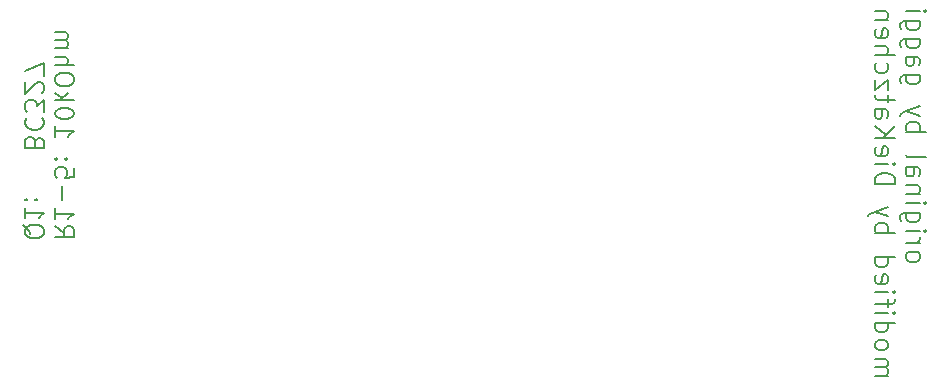
<source format=gbo>
G04 #@! TF.FileFunction,Legend,Bot*
%FSLAX46Y46*%
G04 Gerber Fmt 4.6, Leading zero omitted, Abs format (unit mm)*
G04 Created by KiCad (PCBNEW 4.0.6) date 06/26/18 14:47:35*
%MOMM*%
%LPD*%
G01*
G04 APERTURE LIST*
%ADD10C,0.100000*%
%ADD11C,0.134112*%
%ADD12C,0.142240*%
G04 APERTURE END LIST*
D10*
D11*
X113634919Y-103714369D02*
X114393291Y-104245229D01*
X113634919Y-104624414D02*
X115227499Y-104624414D01*
X115227499Y-104017717D01*
X115151662Y-103866043D01*
X115075825Y-103790206D01*
X114924151Y-103714369D01*
X114696639Y-103714369D01*
X114544965Y-103790206D01*
X114469128Y-103866043D01*
X114393291Y-104017717D01*
X114393291Y-104624414D01*
X113634919Y-102197626D02*
X113634919Y-103107671D01*
X113634919Y-102652649D02*
X115227499Y-102652649D01*
X114999988Y-102804323D01*
X114848313Y-102955997D01*
X114772476Y-103107671D01*
X114241616Y-101515091D02*
X114241616Y-100301697D01*
X115227499Y-98784954D02*
X115227499Y-99543325D01*
X114469128Y-99619162D01*
X114544965Y-99543325D01*
X114620802Y-99391651D01*
X114620802Y-99012465D01*
X114544965Y-98860791D01*
X114469128Y-98784954D01*
X114317453Y-98709117D01*
X113938268Y-98709117D01*
X113786593Y-98784954D01*
X113710756Y-98860791D01*
X113634919Y-99012465D01*
X113634919Y-99391651D01*
X113710756Y-99543325D01*
X113786593Y-99619162D01*
X113786593Y-98026582D02*
X113710756Y-97950745D01*
X113634919Y-98026582D01*
X113710756Y-98102419D01*
X113786593Y-98026582D01*
X113634919Y-98026582D01*
X114620802Y-98026582D02*
X114544965Y-97950745D01*
X114469128Y-98026582D01*
X114544965Y-98102419D01*
X114620802Y-98026582D01*
X114469128Y-98026582D01*
X113634919Y-95220609D02*
X113634919Y-96130654D01*
X113634919Y-95675632D02*
X115227499Y-95675632D01*
X114999988Y-95827306D01*
X114848313Y-95978980D01*
X114772476Y-96130654D01*
X115227499Y-94234726D02*
X115227499Y-94083051D01*
X115151662Y-93931377D01*
X115075825Y-93855540D01*
X114924151Y-93779703D01*
X114620802Y-93703866D01*
X114241616Y-93703866D01*
X113938268Y-93779703D01*
X113786593Y-93855540D01*
X113710756Y-93931377D01*
X113634919Y-94083051D01*
X113634919Y-94234726D01*
X113710756Y-94386400D01*
X113786593Y-94462237D01*
X113938268Y-94538074D01*
X114241616Y-94613911D01*
X114620802Y-94613911D01*
X114924151Y-94538074D01*
X115075825Y-94462237D01*
X115151662Y-94386400D01*
X115227499Y-94234726D01*
X113634919Y-93021331D02*
X115227499Y-93021331D01*
X114241616Y-92869657D02*
X113634919Y-92414634D01*
X114696639Y-92414634D02*
X114089942Y-93021331D01*
X115227499Y-91428752D02*
X115227499Y-91125403D01*
X115151662Y-90973729D01*
X114999988Y-90822055D01*
X114696639Y-90746217D01*
X114165779Y-90746217D01*
X113862431Y-90822055D01*
X113710756Y-90973729D01*
X113634919Y-91125403D01*
X113634919Y-91428752D01*
X113710756Y-91580426D01*
X113862431Y-91732100D01*
X114165779Y-91807937D01*
X114696639Y-91807937D01*
X114999988Y-91732100D01*
X115151662Y-91580426D01*
X115227499Y-91428752D01*
X113634919Y-90063683D02*
X115227499Y-90063683D01*
X113634919Y-89381149D02*
X114469128Y-89381149D01*
X114620802Y-89456986D01*
X114696639Y-89608660D01*
X114696639Y-89836172D01*
X114620802Y-89987846D01*
X114544965Y-90063683D01*
X113634919Y-88622777D02*
X114696639Y-88622777D01*
X114544965Y-88622777D02*
X114620802Y-88546940D01*
X114696639Y-88395266D01*
X114696639Y-88167754D01*
X114620802Y-88016080D01*
X114469128Y-87940243D01*
X113634919Y-87940243D01*
X114469128Y-87940243D02*
X114620802Y-87864406D01*
X114696639Y-87712732D01*
X114696639Y-87485220D01*
X114620802Y-87333546D01*
X114469128Y-87257709D01*
X113634919Y-87257709D01*
X110960263Y-103562694D02*
X111036100Y-103714369D01*
X111187774Y-103866043D01*
X111415286Y-104093554D01*
X111491123Y-104245229D01*
X111491123Y-104396903D01*
X111111937Y-104321066D02*
X111187774Y-104472740D01*
X111339449Y-104624414D01*
X111642797Y-104700251D01*
X112173657Y-104700251D01*
X112477006Y-104624414D01*
X112628680Y-104472740D01*
X112704517Y-104321066D01*
X112704517Y-104017717D01*
X112628680Y-103866043D01*
X112477006Y-103714369D01*
X112173657Y-103638531D01*
X111642797Y-103638531D01*
X111339449Y-103714369D01*
X111187774Y-103866043D01*
X111111937Y-104017717D01*
X111111937Y-104321066D01*
X111111937Y-102121789D02*
X111111937Y-103031834D01*
X111111937Y-102576812D02*
X112704517Y-102576812D01*
X112477006Y-102728486D01*
X112325331Y-102880160D01*
X112249494Y-103031834D01*
X111263611Y-101439254D02*
X111187774Y-101363417D01*
X111111937Y-101439254D01*
X111187774Y-101515091D01*
X111263611Y-101439254D01*
X111111937Y-101439254D01*
X112097820Y-101439254D02*
X112021983Y-101363417D01*
X111946146Y-101439254D01*
X112021983Y-101515091D01*
X112097820Y-101439254D01*
X111946146Y-101439254D01*
X111946146Y-96509841D02*
X111870309Y-96282330D01*
X111794471Y-96206493D01*
X111642797Y-96130656D01*
X111415286Y-96130656D01*
X111263611Y-96206493D01*
X111187774Y-96282330D01*
X111111937Y-96434004D01*
X111111937Y-97040701D01*
X112704517Y-97040701D01*
X112704517Y-96509841D01*
X112628680Y-96358167D01*
X112552843Y-96282330D01*
X112401169Y-96206493D01*
X112249494Y-96206493D01*
X112097820Y-96282330D01*
X112021983Y-96358167D01*
X111946146Y-96509841D01*
X111946146Y-97040701D01*
X111263611Y-94538076D02*
X111187774Y-94613913D01*
X111111937Y-94841424D01*
X111111937Y-94993098D01*
X111187774Y-95220610D01*
X111339449Y-95372284D01*
X111491123Y-95448121D01*
X111794471Y-95523958D01*
X112021983Y-95523958D01*
X112325331Y-95448121D01*
X112477006Y-95372284D01*
X112628680Y-95220610D01*
X112704517Y-94993098D01*
X112704517Y-94841424D01*
X112628680Y-94613913D01*
X112552843Y-94538076D01*
X112704517Y-94007216D02*
X112704517Y-93021333D01*
X112097820Y-93552193D01*
X112097820Y-93324681D01*
X112021983Y-93173007D01*
X111946146Y-93097170D01*
X111794471Y-93021333D01*
X111415286Y-93021333D01*
X111263611Y-93097170D01*
X111187774Y-93173007D01*
X111111937Y-93324681D01*
X111111937Y-93779704D01*
X111187774Y-93931378D01*
X111263611Y-94007216D01*
X112552843Y-92414635D02*
X112628680Y-92338798D01*
X112704517Y-92187124D01*
X112704517Y-91807938D01*
X112628680Y-91656264D01*
X112552843Y-91580427D01*
X112401169Y-91504590D01*
X112249494Y-91504590D01*
X112021983Y-91580427D01*
X111111937Y-92490473D01*
X111111937Y-91504590D01*
X112704517Y-90973730D02*
X112704517Y-89912010D01*
X111111937Y-90594544D01*
D12*
X185716333Y-106404828D02*
X185796767Y-106565695D01*
X185877200Y-106646128D01*
X186038067Y-106726562D01*
X186520667Y-106726562D01*
X186681533Y-106646128D01*
X186761967Y-106565695D01*
X186842400Y-106404828D01*
X186842400Y-106163528D01*
X186761967Y-106002662D01*
X186681533Y-105922228D01*
X186520667Y-105841795D01*
X186038067Y-105841795D01*
X185877200Y-105922228D01*
X185796767Y-106002662D01*
X185716333Y-106163528D01*
X185716333Y-106404828D01*
X185716333Y-105117895D02*
X186842400Y-105117895D01*
X186520667Y-105117895D02*
X186681533Y-105037462D01*
X186761967Y-104957029D01*
X186842400Y-104796162D01*
X186842400Y-104635295D01*
X185716333Y-104072262D02*
X186842400Y-104072262D01*
X187405433Y-104072262D02*
X187325000Y-104152696D01*
X187244567Y-104072262D01*
X187325000Y-103991829D01*
X187405433Y-104072262D01*
X187244567Y-104072262D01*
X186842400Y-102544029D02*
X185475033Y-102544029D01*
X185314167Y-102624463D01*
X185233733Y-102704896D01*
X185153300Y-102865763D01*
X185153300Y-103107063D01*
X185233733Y-103267929D01*
X185796767Y-102544029D02*
X185716333Y-102704896D01*
X185716333Y-103026629D01*
X185796767Y-103187496D01*
X185877200Y-103267929D01*
X186038067Y-103348363D01*
X186520667Y-103348363D01*
X186681533Y-103267929D01*
X186761967Y-103187496D01*
X186842400Y-103026629D01*
X186842400Y-102704896D01*
X186761967Y-102544029D01*
X185716333Y-101739696D02*
X186842400Y-101739696D01*
X187405433Y-101739696D02*
X187325000Y-101820130D01*
X187244567Y-101739696D01*
X187325000Y-101659263D01*
X187405433Y-101739696D01*
X187244567Y-101739696D01*
X186842400Y-100935363D02*
X185716333Y-100935363D01*
X186681533Y-100935363D02*
X186761967Y-100854930D01*
X186842400Y-100694063D01*
X186842400Y-100452763D01*
X186761967Y-100291897D01*
X186601100Y-100211463D01*
X185716333Y-100211463D01*
X185716333Y-98683230D02*
X186601100Y-98683230D01*
X186761967Y-98763664D01*
X186842400Y-98924530D01*
X186842400Y-99246264D01*
X186761967Y-99407130D01*
X185796767Y-98683230D02*
X185716333Y-98844097D01*
X185716333Y-99246264D01*
X185796767Y-99407130D01*
X185957633Y-99487564D01*
X186118500Y-99487564D01*
X186279367Y-99407130D01*
X186359800Y-99246264D01*
X186359800Y-98844097D01*
X186440233Y-98683230D01*
X185716333Y-97637597D02*
X185796767Y-97798464D01*
X185957633Y-97878897D01*
X187405433Y-97878897D01*
X185716333Y-95707197D02*
X187405433Y-95707197D01*
X186761967Y-95707197D02*
X186842400Y-95546331D01*
X186842400Y-95224597D01*
X186761967Y-95063731D01*
X186681533Y-94983297D01*
X186520667Y-94902864D01*
X186038067Y-94902864D01*
X185877200Y-94983297D01*
X185796767Y-95063731D01*
X185716333Y-95224597D01*
X185716333Y-95546331D01*
X185796767Y-95707197D01*
X186842400Y-94339831D02*
X185716333Y-93937664D01*
X186842400Y-93535498D02*
X185716333Y-93937664D01*
X185314167Y-94098531D01*
X185233733Y-94178964D01*
X185153300Y-94339831D01*
X186842400Y-90881198D02*
X185475033Y-90881198D01*
X185314167Y-90961632D01*
X185233733Y-91042065D01*
X185153300Y-91202932D01*
X185153300Y-91444232D01*
X185233733Y-91605098D01*
X185796767Y-90881198D02*
X185716333Y-91042065D01*
X185716333Y-91363798D01*
X185796767Y-91524665D01*
X185877200Y-91605098D01*
X186038067Y-91685532D01*
X186520667Y-91685532D01*
X186681533Y-91605098D01*
X186761967Y-91524665D01*
X186842400Y-91363798D01*
X186842400Y-91042065D01*
X186761967Y-90881198D01*
X185716333Y-89352965D02*
X186601100Y-89352965D01*
X186761967Y-89433399D01*
X186842400Y-89594265D01*
X186842400Y-89915999D01*
X186761967Y-90076865D01*
X185796767Y-89352965D02*
X185716333Y-89513832D01*
X185716333Y-89915999D01*
X185796767Y-90076865D01*
X185957633Y-90157299D01*
X186118500Y-90157299D01*
X186279367Y-90076865D01*
X186359800Y-89915999D01*
X186359800Y-89513832D01*
X186440233Y-89352965D01*
X186842400Y-87824732D02*
X185475033Y-87824732D01*
X185314167Y-87905166D01*
X185233733Y-87985599D01*
X185153300Y-88146466D01*
X185153300Y-88387766D01*
X185233733Y-88548632D01*
X185796767Y-87824732D02*
X185716333Y-87985599D01*
X185716333Y-88307332D01*
X185796767Y-88468199D01*
X185877200Y-88548632D01*
X186038067Y-88629066D01*
X186520667Y-88629066D01*
X186681533Y-88548632D01*
X186761967Y-88468199D01*
X186842400Y-88307332D01*
X186842400Y-87985599D01*
X186761967Y-87824732D01*
X186842400Y-86296499D02*
X185475033Y-86296499D01*
X185314167Y-86376933D01*
X185233733Y-86457366D01*
X185153300Y-86618233D01*
X185153300Y-86859533D01*
X185233733Y-87020399D01*
X185796767Y-86296499D02*
X185716333Y-86457366D01*
X185716333Y-86779099D01*
X185796767Y-86939966D01*
X185877200Y-87020399D01*
X186038067Y-87100833D01*
X186520667Y-87100833D01*
X186681533Y-87020399D01*
X186761967Y-86939966D01*
X186842400Y-86779099D01*
X186842400Y-86457366D01*
X186761967Y-86296499D01*
X185716333Y-85492166D02*
X186842400Y-85492166D01*
X187405433Y-85492166D02*
X187325000Y-85572600D01*
X187244567Y-85492166D01*
X187325000Y-85411733D01*
X187405433Y-85492166D01*
X187244567Y-85492166D01*
X183040443Y-116378562D02*
X184166510Y-116378562D01*
X184005643Y-116378562D02*
X184086077Y-116298129D01*
X184166510Y-116137262D01*
X184166510Y-115895962D01*
X184086077Y-115735096D01*
X183925210Y-115654662D01*
X183040443Y-115654662D01*
X183925210Y-115654662D02*
X184086077Y-115574229D01*
X184166510Y-115413362D01*
X184166510Y-115172062D01*
X184086077Y-115011196D01*
X183925210Y-114930762D01*
X183040443Y-114930762D01*
X183040443Y-113885129D02*
X183120877Y-114045996D01*
X183201310Y-114126429D01*
X183362177Y-114206863D01*
X183844777Y-114206863D01*
X184005643Y-114126429D01*
X184086077Y-114045996D01*
X184166510Y-113885129D01*
X184166510Y-113643829D01*
X184086077Y-113482963D01*
X184005643Y-113402529D01*
X183844777Y-113322096D01*
X183362177Y-113322096D01*
X183201310Y-113402529D01*
X183120877Y-113482963D01*
X183040443Y-113643829D01*
X183040443Y-113885129D01*
X183040443Y-111874296D02*
X184729543Y-111874296D01*
X183120877Y-111874296D02*
X183040443Y-112035163D01*
X183040443Y-112356896D01*
X183120877Y-112517763D01*
X183201310Y-112598196D01*
X183362177Y-112678630D01*
X183844777Y-112678630D01*
X184005643Y-112598196D01*
X184086077Y-112517763D01*
X184166510Y-112356896D01*
X184166510Y-112035163D01*
X184086077Y-111874296D01*
X183040443Y-111069963D02*
X184166510Y-111069963D01*
X184729543Y-111069963D02*
X184649110Y-111150397D01*
X184568677Y-111069963D01*
X184649110Y-110989530D01*
X184729543Y-111069963D01*
X184568677Y-111069963D01*
X184166510Y-110506930D02*
X184166510Y-109863464D01*
X183040443Y-110265630D02*
X184488243Y-110265630D01*
X184649110Y-110185197D01*
X184729543Y-110024330D01*
X184729543Y-109863464D01*
X183040443Y-109300430D02*
X184166510Y-109300430D01*
X184729543Y-109300430D02*
X184649110Y-109380864D01*
X184568677Y-109300430D01*
X184649110Y-109219997D01*
X184729543Y-109300430D01*
X184568677Y-109300430D01*
X183120877Y-107852631D02*
X183040443Y-108013497D01*
X183040443Y-108335231D01*
X183120877Y-108496097D01*
X183281743Y-108576531D01*
X183925210Y-108576531D01*
X184086077Y-108496097D01*
X184166510Y-108335231D01*
X184166510Y-108013497D01*
X184086077Y-107852631D01*
X183925210Y-107772197D01*
X183764343Y-107772197D01*
X183603477Y-108576531D01*
X183040443Y-106324397D02*
X184729543Y-106324397D01*
X183120877Y-106324397D02*
X183040443Y-106485264D01*
X183040443Y-106806997D01*
X183120877Y-106967864D01*
X183201310Y-107048297D01*
X183362177Y-107128731D01*
X183844777Y-107128731D01*
X184005643Y-107048297D01*
X184086077Y-106967864D01*
X184166510Y-106806997D01*
X184166510Y-106485264D01*
X184086077Y-106324397D01*
X183040443Y-104233131D02*
X184729543Y-104233131D01*
X184086077Y-104233131D02*
X184166510Y-104072265D01*
X184166510Y-103750531D01*
X184086077Y-103589665D01*
X184005643Y-103509231D01*
X183844777Y-103428798D01*
X183362177Y-103428798D01*
X183201310Y-103509231D01*
X183120877Y-103589665D01*
X183040443Y-103750531D01*
X183040443Y-104072265D01*
X183120877Y-104233131D01*
X184166510Y-102865765D02*
X183040443Y-102463598D01*
X184166510Y-102061432D02*
X183040443Y-102463598D01*
X182638277Y-102624465D01*
X182557843Y-102704898D01*
X182477410Y-102865765D01*
X183040443Y-100131032D02*
X184729543Y-100131032D01*
X184729543Y-99728866D01*
X184649110Y-99487566D01*
X184488243Y-99326699D01*
X184327377Y-99246266D01*
X184005643Y-99165832D01*
X183764343Y-99165832D01*
X183442610Y-99246266D01*
X183281743Y-99326699D01*
X183120877Y-99487566D01*
X183040443Y-99728866D01*
X183040443Y-100131032D01*
X183040443Y-98441932D02*
X184166510Y-98441932D01*
X184729543Y-98441932D02*
X184649110Y-98522366D01*
X184568677Y-98441932D01*
X184649110Y-98361499D01*
X184729543Y-98441932D01*
X184568677Y-98441932D01*
X183120877Y-96994133D02*
X183040443Y-97154999D01*
X183040443Y-97476733D01*
X183120877Y-97637599D01*
X183281743Y-97718033D01*
X183925210Y-97718033D01*
X184086077Y-97637599D01*
X184166510Y-97476733D01*
X184166510Y-97154999D01*
X184086077Y-96994133D01*
X183925210Y-96913699D01*
X183764343Y-96913699D01*
X183603477Y-97718033D01*
X183040443Y-96189799D02*
X184729543Y-96189799D01*
X183040443Y-95224599D02*
X184005643Y-95948499D01*
X184729543Y-95224599D02*
X183764343Y-96189799D01*
X183040443Y-93776799D02*
X183925210Y-93776799D01*
X184086077Y-93857233D01*
X184166510Y-94018099D01*
X184166510Y-94339833D01*
X184086077Y-94500699D01*
X183120877Y-93776799D02*
X183040443Y-93937666D01*
X183040443Y-94339833D01*
X183120877Y-94500699D01*
X183281743Y-94581133D01*
X183442610Y-94581133D01*
X183603477Y-94500699D01*
X183683910Y-94339833D01*
X183683910Y-93937666D01*
X183764343Y-93776799D01*
X184166510Y-93213766D02*
X184166510Y-92570300D01*
X184729543Y-92972466D02*
X183281743Y-92972466D01*
X183120877Y-92892033D01*
X183040443Y-92731166D01*
X183040443Y-92570300D01*
X184166510Y-92168133D02*
X184166510Y-91283366D01*
X183040443Y-92168133D01*
X183040443Y-91283366D01*
X183120877Y-89915999D02*
X183040443Y-90076866D01*
X183040443Y-90398599D01*
X183120877Y-90559466D01*
X183201310Y-90639899D01*
X183362177Y-90720333D01*
X183844777Y-90720333D01*
X184005643Y-90639899D01*
X184086077Y-90559466D01*
X184166510Y-90398599D01*
X184166510Y-90076866D01*
X184086077Y-89915999D01*
X183040443Y-89192099D02*
X184729543Y-89192099D01*
X183040443Y-88468199D02*
X183925210Y-88468199D01*
X184086077Y-88548633D01*
X184166510Y-88709499D01*
X184166510Y-88950799D01*
X184086077Y-89111666D01*
X184005643Y-89192099D01*
X183120877Y-87020400D02*
X183040443Y-87181266D01*
X183040443Y-87503000D01*
X183120877Y-87663866D01*
X183281743Y-87744300D01*
X183925210Y-87744300D01*
X184086077Y-87663866D01*
X184166510Y-87503000D01*
X184166510Y-87181266D01*
X184086077Y-87020400D01*
X183925210Y-86939966D01*
X183764343Y-86939966D01*
X183603477Y-87744300D01*
X184166510Y-86216066D02*
X183040443Y-86216066D01*
X184005643Y-86216066D02*
X184086077Y-86135633D01*
X184166510Y-85974766D01*
X184166510Y-85733466D01*
X184086077Y-85572600D01*
X183925210Y-85492166D01*
X183040443Y-85492166D01*
M02*

</source>
